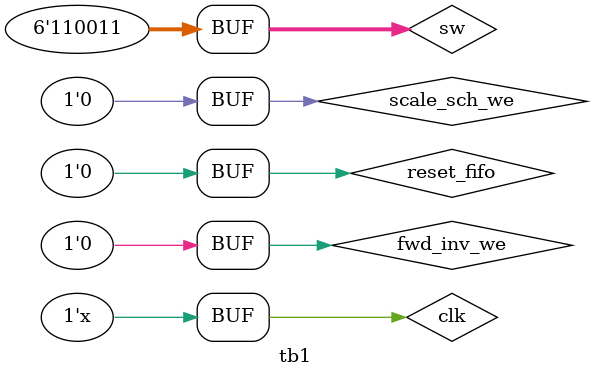
<source format=v>
`timescale 1ns / 1ps


module tb1;

	// Inputs
	reg clk;
	reg reset_fifo;
	reg [5:0] sw;
	reg scale_sch_we;
	reg fwd_inv_we;

	// Outputs
	wire full;
	wire empty;
	wire [5:0] rgb;
	wire hsync;
	wire vsync;

	// Instantiate the Unit Under Test (UUT)
	top uut (
		.clk(clk), 
		.reset_fifo(reset_fifo), 
		.full(full), 
		.empty(empty), 
		.sw(sw), 
		.rgb(rgb), 
		.hsync(hsync), 
		.vsync(vsync), 
		.scale_sch_we(scale_sch_we), 
		.fwd_inv_we(fwd_inv_we)
	);

	initial begin
		// Initialize Inputs
		clk = 0;
		reset_fifo = 0;
		sw = 6'b110011;
		scale_sch_we = 0;
		fwd_inv_we = 0;
		#100;
		scale_sch_we = 1;
		fwd_inv_we = 1;
		#100;
		scale_sch_we = 0;
		fwd_inv_we = 0;
		// Wait 100 ns for global reset to finish
		#100;
        
		// Add stimulus here

	end
   always #2 clk=~clk;
endmodule


</source>
